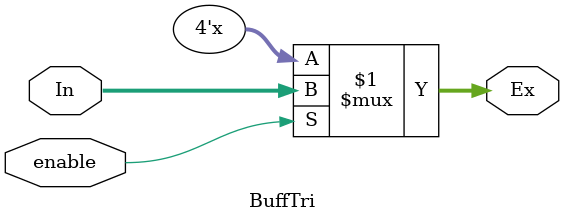
<source format=v>

module BuffTri(
  input wire enable,
  input wire [3:0]In,
  output wire [3:0]Ex);

    assign Ex = (enable) ? In:4'bz;
endmodule

</source>
